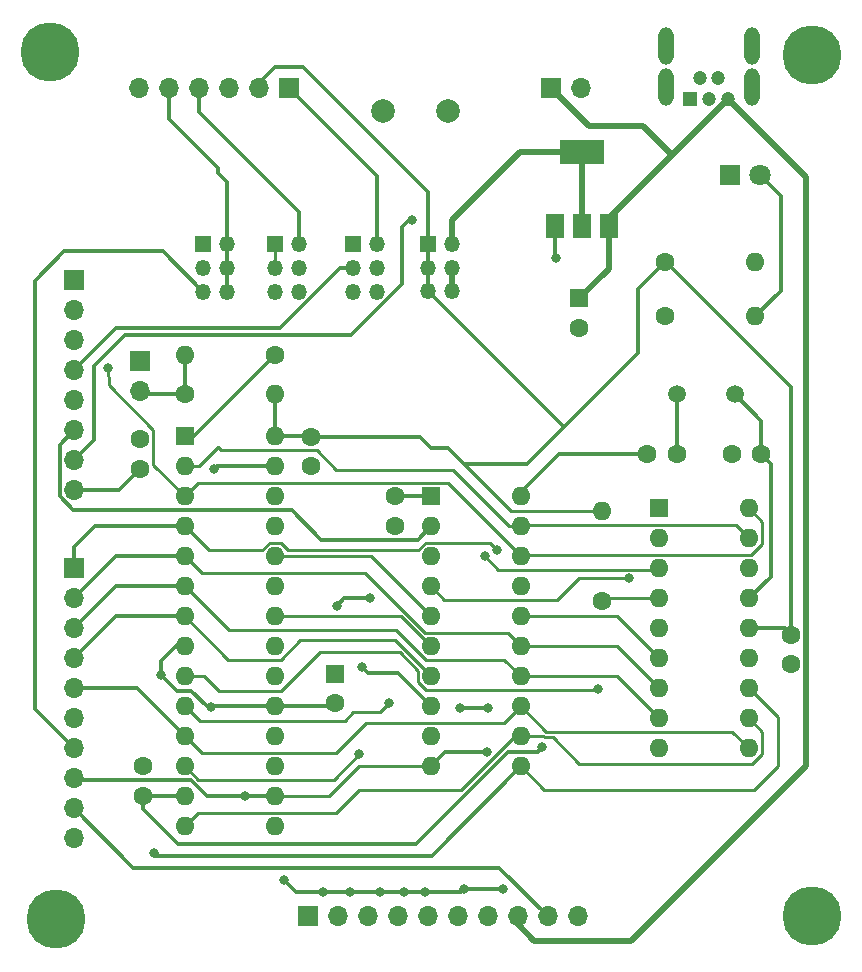
<source format=gbr>
%TF.GenerationSoftware,KiCad,Pcbnew,8.0.2*%
%TF.CreationDate,2024-05-01T23:32:11+01:00*%
%TF.ProjectId,PIC_QuickDevBoard,5049435f-5175-4696-936b-446576426f61,2.2*%
%TF.SameCoordinates,Original*%
%TF.FileFunction,Copper,L1,Top*%
%TF.FilePolarity,Positive*%
%FSLAX46Y46*%
G04 Gerber Fmt 4.6, Leading zero omitted, Abs format (unit mm)*
G04 Created by KiCad (PCBNEW 8.0.2) date 2024-05-01 23:32:11*
%MOMM*%
%LPD*%
G01*
G04 APERTURE LIST*
%TA.AperFunction,ComponentPad*%
%ADD10C,2.000000*%
%TD*%
%TA.AperFunction,ComponentPad*%
%ADD11R,1.350000X1.350000*%
%TD*%
%TA.AperFunction,ComponentPad*%
%ADD12O,1.350000X1.350000*%
%TD*%
%TA.AperFunction,ComponentPad*%
%ADD13C,1.600000*%
%TD*%
%TA.AperFunction,ComponentPad*%
%ADD14O,1.600000X1.600000*%
%TD*%
%TA.AperFunction,ComponentPad*%
%ADD15R,1.600000X1.600000*%
%TD*%
%TA.AperFunction,SMDPad,CuDef*%
%ADD16R,1.500000X2.000000*%
%TD*%
%TA.AperFunction,SMDPad,CuDef*%
%ADD17R,3.800000X2.000000*%
%TD*%
%TA.AperFunction,ComponentPad*%
%ADD18C,5.000000*%
%TD*%
%TA.AperFunction,ComponentPad*%
%ADD19R,1.700000X1.700000*%
%TD*%
%TA.AperFunction,ComponentPad*%
%ADD20O,1.700000X1.700000*%
%TD*%
%TA.AperFunction,ComponentPad*%
%ADD21R,1.800000X1.800000*%
%TD*%
%TA.AperFunction,ComponentPad*%
%ADD22C,1.800000*%
%TD*%
%TA.AperFunction,ComponentPad*%
%ADD23C,1.200000*%
%TD*%
%TA.AperFunction,ComponentPad*%
%ADD24R,1.200000X1.200000*%
%TD*%
%TA.AperFunction,ComponentPad*%
%ADD25O,1.300000X3.200000*%
%TD*%
%TA.AperFunction,ComponentPad*%
%ADD26C,1.500000*%
%TD*%
%TA.AperFunction,ViaPad*%
%ADD27C,0.800000*%
%TD*%
%TA.AperFunction,Conductor*%
%ADD28C,0.350000*%
%TD*%
%TA.AperFunction,Conductor*%
%ADD29C,0.250000*%
%TD*%
%TA.AperFunction,Conductor*%
%ADD30C,0.500000*%
%TD*%
G04 APERTURE END LIST*
D10*
%TO.P,SW1,1,1*%
%TO.N,GND*%
X94250000Y-41000000D03*
%TO.P,SW1,2,2*%
%TO.N,RA0*%
X99750000Y-41000000D03*
%TD*%
D11*
%TO.P,J7,1,Pin_1*%
%TO.N,PIC16F14_PGEC*%
X79026000Y-52324000D03*
D12*
%TO.P,J7,2,Pin_2*%
%TO.N,PGEC*%
X81026000Y-52324000D03*
%TO.P,J7,3,Pin_3*%
%TO.N,PIC16F14_PGEC*%
X79026000Y-54324000D03*
%TO.P,J7,4,Pin_4*%
%TO.N,PGEC*%
X81026000Y-54324000D03*
%TO.P,J7,5,Pin_5*%
%TO.N,PIC16F84_PGEC*%
X79026000Y-56324000D03*
%TO.P,J7,6,Pin_6*%
%TO.N,PGEC*%
X81026000Y-56324000D03*
%TD*%
D13*
%TO.P,R4,1*%
%TO.N,RA1*%
X118110000Y-58420000D03*
D14*
%TO.P,R4,2*%
%TO.N,Net-(D1-A)*%
X125730000Y-58420000D03*
%TD*%
D11*
%TO.P,J10,1,Pin_1*%
%TO.N,VCC*%
X98050000Y-52300000D03*
D12*
%TO.P,J10,2,Pin_2*%
%TO.N,+3.3V*%
X100050000Y-52300000D03*
%TO.P,J10,3,Pin_3*%
%TO.N,VCC*%
X98050000Y-54300000D03*
%TO.P,J10,4,Pin_4*%
%TO.N,+5V*%
X100050000Y-54300000D03*
%TO.P,J10,5,Pin_5*%
%TO.N,VCC*%
X98050000Y-56300000D03*
%TO.P,J10,6,Pin_6*%
%TO.N,+5V*%
X100050000Y-56300000D03*
%TD*%
D15*
%TO.P,U1,1,Vpp/~{MCLR}/RE3*%
%TO.N,PIC24_MCLR*%
X77470000Y-68580000D03*
D14*
%TO.P,U1,2,RA0*%
%TO.N,RA0*%
X77470000Y-71120000D03*
%TO.P,U1,3,RA1*%
%TO.N,RA1*%
X77470000Y-73660000D03*
%TO.P,U1,4,RB0*%
%TO.N,PIC16F14_PGED*%
X77470000Y-76200000D03*
%TO.P,U1,5,RB1*%
%TO.N,PIC16F14_PGEC*%
X77470000Y-78740000D03*
%TO.P,U1,6,RB2*%
%TO.N,RB2*%
X77470000Y-81280000D03*
%TO.P,U1,7,RB3*%
%TO.N,RB3*%
X77470000Y-83820000D03*
%TO.P,U1,8,Vss*%
%TO.N,GND*%
X77470000Y-86360000D03*
%TO.P,U1,9,RA2*%
%TO.N,RA2*%
X77470000Y-88900000D03*
%TO.P,U1,10,RA3*%
%TO.N,PIC16F14_MCLR*%
X77470000Y-91440000D03*
%TO.P,U1,11,RB4*%
%TO.N,RB4*%
X77470000Y-93980000D03*
%TO.P,U1,12,RA4*%
%TO.N,RA4*%
X77470000Y-96520000D03*
%TO.P,U1,13,Vdd*%
%TO.N,VCC*%
X77470000Y-99060000D03*
%TO.P,U1,14,TMS/RB5*%
%TO.N,RB5*%
X77470000Y-101600000D03*
%TO.P,U1,15,Vbus*%
%TO.N,unconnected-(U1-Vbus-Pad15)*%
X85090000Y-101600000D03*
%TO.P,U1,16,TDI/RB7*%
%TO.N,PIC16F84_PGED*%
X85090000Y-99060000D03*
%TO.P,U1,17,TCK/RB8*%
%TO.N,RB8*%
X85090000Y-96520000D03*
%TO.P,U1,18,TDO/RB9*%
%TO.N,RB9*%
X85090000Y-93980000D03*
%TO.P,U1,19,DISVREG*%
%TO.N,GND*%
X85090000Y-91440000D03*
%TO.P,U1,20,Vcap/Vddcore*%
%TO.N,Net-(U1-Vcap{slash}Vddcore)*%
X85090000Y-88900000D03*
%TO.P,U1,21,RB10*%
%TO.N,RB10*%
X85090000Y-86360000D03*
%TO.P,U1,22,RB11*%
%TO.N,RB11*%
X85090000Y-83820000D03*
%TO.P,U1,23,Vusb*%
%TO.N,unconnected-(U1-Vusb-Pad23)*%
X85090000Y-81280000D03*
%TO.P,U1,24,RB13*%
%TO.N,RB13*%
X85090000Y-78740000D03*
%TO.P,U1,25,RB14*%
%TO.N,RB14*%
X85090000Y-76200000D03*
%TO.P,U1,26,RB15*%
%TO.N,RB15*%
X85090000Y-73660000D03*
%TO.P,U1,27,Vss*%
%TO.N,GND*%
X85090000Y-71120000D03*
%TO.P,U1,28,Vdd*%
%TO.N,VCC*%
X85090000Y-68580000D03*
%TD*%
D16*
%TO.P,U3,1,GND*%
%TO.N,GND*%
X108750000Y-50800000D03*
%TO.P,U3,2,VO*%
%TO.N,+3.3V*%
X111050000Y-50800000D03*
D17*
X111050000Y-44500000D03*
D16*
%TO.P,U3,3,VI*%
%TO.N,+5V*%
X113350000Y-50800000D03*
%TD*%
D13*
%TO.P,C8,1*%
%TO.N,VCC*%
X95250000Y-73660000D03*
%TO.P,C8,2*%
%TO.N,GND*%
X95250000Y-76160000D03*
%TD*%
D18*
%TO.P,H4,1*%
%TO.N,N/C*%
X130556000Y-109220000D03*
%TD*%
D13*
%TO.P,C1,1*%
%TO.N,Net-(JP1-A)*%
X73660000Y-68834000D03*
%TO.P,C1,2*%
%TO.N,GND*%
X73660000Y-71334000D03*
%TD*%
D19*
%TO.P,J4,1,Pin_1*%
%TO.N,+5V*%
X108458000Y-39116000D03*
D20*
%TO.P,J4,2,Pin_2*%
%TO.N,GND*%
X110998000Y-39116000D03*
%TD*%
D15*
%TO.P,U4,1,VDD*%
%TO.N,VCC*%
X98298000Y-73660000D03*
D14*
%TO.P,U4,2,RA5/SOSCI/T1CKI/OSC1/CLKIN*%
%TO.N,RA5*%
X98298000Y-76200000D03*
%TO.P,U4,3,RA4/AN3/SOSCO/T1G/OSC2/CLKOUT/CLKR*%
%TO.N,RA4*%
X98298000Y-78740000D03*
%TO.P,U4,4,RA3/T1G/~{SS}/~{MCLR}/Vpp*%
%TO.N,PIC16F14_MCLR*%
X98298000Y-81280000D03*
%TO.P,U4,5,PWM1/CWG1A/T0CKI/RC5*%
%TO.N,RB13*%
X98298000Y-83820000D03*
%TO.P,U4,6,CWG1B/C1OUT/C2OUT/RC4*%
%TO.N,RB11*%
X98298000Y-86360000D03*
%TO.P,U4,7,CLKR/C1IN3-/C2IN3-/DACOUT2/AN7/RC3*%
%TO.N,RB3*%
X98298000Y-88900000D03*
%TO.P,U4,8,~{SS}/PWM2/AN8/RC6*%
%TO.N,RB14*%
X98298000Y-91440000D03*
%TO.P,U4,9,SDO/AN9/RC7*%
%TO.N,RB15*%
X98298000Y-93980000D03*
%TO.P,U4,10,RB7/TX/CK*%
%TO.N,PIC16F84_PGED*%
X98298000Y-96520000D03*
%TO.P,U4,11,RB6/SCL/SCK*%
%TO.N,PIC16F84_PGEC*%
X105918000Y-96520000D03*
%TO.P,U4,12,RB5/AN11/RX/DX*%
%TO.N,RB5*%
X105918000Y-93980000D03*
%TO.P,U4,13,RB4/AN10/SDA/SDI*%
%TO.N,RB4*%
X105918000Y-91440000D03*
%TO.P,U4,14,C2IN2-/C1IN2-/DACOUT1/AN6/RC2*%
%TO.N,RB2*%
X105918000Y-88900000D03*
%TO.P,U4,15,ICSPCLK/~{CWGFLT}/C2IN-/C1IN-/AN5/RC1*%
%TO.N,PIC16F14_PGEC*%
X105918000Y-86360000D03*
%TO.P,U4,16,ICSPDAT/C2IN+/C1IN+/Vref+/AN4/RC0*%
%TO.N,PIC16F14_PGED*%
X105918000Y-83820000D03*
%TO.P,U4,17,Vusb3v3*%
%TO.N,unconnected-(U4-Vusb3v3-Pad17)*%
X105918000Y-81280000D03*
%TO.P,U4,18,RA1/D-/ICSPCLK*%
%TO.N,RA1*%
X105918000Y-78740000D03*
%TO.P,U4,19,RA0/D+/ICSPDAT*%
%TO.N,RA0*%
X105918000Y-76200000D03*
%TO.P,U4,20,VSS*%
%TO.N,GND*%
X105918000Y-73660000D03*
%TD*%
D13*
%TO.P,C6,1*%
%TO.N,GND*%
X123738000Y-70104000D03*
%TO.P,C6,2*%
%TO.N,Net-(U2-OSC2{slash}CLKOUT)*%
X126238000Y-70104000D03*
%TD*%
%TO.P,C2,1*%
%TO.N,VCC*%
X88138000Y-68620000D03*
%TO.P,C2,2*%
%TO.N,GND*%
X88138000Y-71120000D03*
%TD*%
D11*
%TO.P,J9,1,Pin_1*%
%TO.N,PIC24_MCLR*%
X91694000Y-52324000D03*
D12*
%TO.P,J9,2,Pin_2*%
%TO.N,{slash}MCLR*%
X93694000Y-52324000D03*
%TO.P,J9,3,Pin_3*%
%TO.N,PIC16F14_MCLR*%
X91694000Y-54324000D03*
%TO.P,J9,4,Pin_4*%
%TO.N,{slash}MCLR*%
X93694000Y-54324000D03*
%TO.P,J9,5,Pin_5*%
%TO.N,PIC16F84_MCLR*%
X91694000Y-56324000D03*
%TO.P,J9,6,Pin_6*%
%TO.N,{slash}MCLR*%
X93694000Y-56324000D03*
%TD*%
D13*
%TO.P,C9,1*%
%TO.N,VCC*%
X128778000Y-85384000D03*
%TO.P,C9,2*%
%TO.N,GND*%
X128778000Y-87884000D03*
%TD*%
%TO.P,R1,1*%
%TO.N,Net-(JP1-B)*%
X77470000Y-65024000D03*
D14*
%TO.P,R1,2*%
%TO.N,VCC*%
X85090000Y-65024000D03*
%TD*%
D15*
%TO.P,C4,1*%
%TO.N,Net-(U1-Vcap{slash}Vddcore)*%
X90170000Y-88687144D03*
D13*
%TO.P,C4,2*%
%TO.N,GND*%
X90170000Y-91187144D03*
%TD*%
%TO.P,R2,1*%
%TO.N,PIC24_MCLR*%
X85090000Y-61722000D03*
D14*
%TO.P,R2,2*%
%TO.N,Net-(JP1-B)*%
X77470000Y-61722000D03*
%TD*%
D13*
%TO.P,C5,1*%
%TO.N,GND*%
X116586000Y-70104000D03*
%TO.P,C5,2*%
%TO.N,Net-(U2-OSC1{slash}CLKIN)*%
X119086000Y-70104000D03*
%TD*%
D21*
%TO.P,D1,1,K*%
%TO.N,GND*%
X123566000Y-46482000D03*
D22*
%TO.P,D1,2,A*%
%TO.N,Net-(D1-A)*%
X126106000Y-46482000D03*
%TD*%
D19*
%TO.P,J2,1,Pin_1*%
%TO.N,PIC16F14_PGED*%
X68072000Y-79756000D03*
D20*
%TO.P,J2,2,Pin_2*%
%TO.N,PIC16F14_PGEC*%
X68072000Y-82296000D03*
%TO.P,J2,3,Pin_3*%
%TO.N,RB2*%
X68072000Y-84836000D03*
%TO.P,J2,4,Pin_4*%
%TO.N,RB3*%
X68072000Y-87376000D03*
%TO.P,J2,5,Pin_5*%
%TO.N,RB4*%
X68072000Y-89916000D03*
%TO.P,J2,6,Pin_6*%
%TO.N,RB5*%
X68072000Y-92456000D03*
%TO.P,J2,7,Pin_7*%
%TO.N,PIC16F84_PGEC*%
X68072000Y-94996000D03*
%TO.P,J2,8,Pin_8*%
%TO.N,PIC16F84_PGED*%
X68072000Y-97536000D03*
%TO.P,J2,9,Pin_9*%
%TO.N,+3.3V*%
X68072000Y-100076000D03*
%TO.P,J2,10,Pin_10*%
%TO.N,GND*%
X68072000Y-102616000D03*
%TD*%
D19*
%TO.P,J5,1,Pin_1*%
%TO.N,{slash}MCLR*%
X86250000Y-39100000D03*
D20*
%TO.P,J5,2,Pin_2*%
%TO.N,VCC*%
X83710000Y-39100000D03*
%TO.P,J5,3,Pin_3*%
%TO.N,GND*%
X81170000Y-39100000D03*
%TO.P,J5,4,Pin_4*%
%TO.N,PGED*%
X78630000Y-39100000D03*
%TO.P,J5,5,Pin_5*%
%TO.N,PGEC*%
X76090000Y-39100000D03*
%TO.P,J5,6,Pin_6*%
%TO.N,unconnected-(J5-Pin_6-Pad6)*%
X73550000Y-39100000D03*
%TD*%
D19*
%TO.P,J1,1,Pin_1*%
%TO.N,RA0*%
X68072000Y-55372000D03*
D20*
%TO.P,J1,2,Pin_2*%
%TO.N,RA1*%
X68072000Y-57912000D03*
%TO.P,J1,3,Pin_3*%
%TO.N,RA2*%
X68072000Y-60452000D03*
%TO.P,J1,4,Pin_4*%
%TO.N,PIC16F14_MCLR*%
X68072000Y-62992000D03*
%TO.P,J1,5,Pin_5*%
%TO.N,RA4*%
X68072000Y-65532000D03*
%TO.P,J1,6,Pin_6*%
%TO.N,RA5*%
X68072000Y-68072000D03*
%TO.P,J1,7,Pin_7*%
%TO.N,+3.3V*%
X68072000Y-70612000D03*
%TO.P,J1,8,Pin_8*%
%TO.N,GND*%
X68072000Y-73152000D03*
%TD*%
D18*
%TO.P,H3,1*%
%TO.N,N/C*%
X66548000Y-109474000D03*
%TD*%
%TO.P,H1,1*%
%TO.N,N/C*%
X66040000Y-36068000D03*
%TD*%
D19*
%TO.P,J3,1,Pin_1*%
%TO.N,RB8*%
X87884000Y-109220000D03*
D20*
%TO.P,J3,2,Pin_2*%
%TO.N,RB9*%
X90424000Y-109220000D03*
%TO.P,J3,3,Pin_3*%
%TO.N,RB10*%
X92964000Y-109220000D03*
%TO.P,J3,4,Pin_4*%
%TO.N,RB11*%
X95504000Y-109220000D03*
%TO.P,J3,5,Pin_5*%
%TO.N,RB13*%
X98044000Y-109220000D03*
%TO.P,J3,6,Pin_6*%
%TO.N,RB14*%
X100584000Y-109220000D03*
%TO.P,J3,7,Pin_7*%
%TO.N,RB15*%
X103124000Y-109220000D03*
%TO.P,J3,8,Pin_8*%
%TO.N,+5V*%
X105664000Y-109220000D03*
%TO.P,J3,9,Pin_9*%
%TO.N,+3.3V*%
X108204000Y-109220000D03*
%TO.P,J3,10,Pin_10*%
%TO.N,GND*%
X110744000Y-109220000D03*
%TD*%
D19*
%TO.P,JP1,1,A*%
%TO.N,Net-(JP1-A)*%
X73660000Y-62230000D03*
D20*
%TO.P,JP1,2,B*%
%TO.N,Net-(JP1-B)*%
X73660000Y-64770000D03*
%TD*%
D11*
%TO.P,J8,1,Pin_1*%
%TO.N,PIC16F14_PGED*%
X85122000Y-52324000D03*
D12*
%TO.P,J8,2,Pin_2*%
%TO.N,PGED*%
X87122000Y-52324000D03*
%TO.P,J8,3,Pin_3*%
%TO.N,PIC16F14_PGED*%
X85122000Y-54324000D03*
%TO.P,J8,4,Pin_4*%
%TO.N,PGED*%
X87122000Y-54324000D03*
%TO.P,J8,5,Pin_5*%
%TO.N,PIC16F84_PGED*%
X85122000Y-56324000D03*
%TO.P,J8,6,Pin_6*%
%TO.N,PGED*%
X87122000Y-56324000D03*
%TD*%
D23*
%TO.P,J6,1,VBUS*%
%TO.N,+5V*%
X123426000Y-40012000D03*
%TO.P,J6,2,D-*%
%TO.N,unconnected-(J6-D--Pad2)*%
X122626000Y-38262000D03*
%TO.P,J6,3,D+*%
%TO.N,unconnected-(J6-D+-Pad3)*%
X121826000Y-40012000D03*
%TO.P,J6,4,ID*%
%TO.N,unconnected-(J6-ID-Pad4)*%
X121026000Y-38262000D03*
D24*
%TO.P,J6,5,GND*%
%TO.N,GND*%
X120226000Y-40012000D03*
D25*
%TO.P,J6,6,Shield*%
X118226000Y-35512000D03*
X118226000Y-39012000D03*
X125476000Y-35512000D03*
X125476000Y-39012000D03*
%TD*%
D15*
%TO.P,U2,1,RA2*%
%TO.N,RA2*%
X117602000Y-74676000D03*
D14*
%TO.P,U2,2,RA3*%
%TO.N,PIC16F14_MCLR*%
X117602000Y-77216000D03*
%TO.P,U2,3,TOCKI/RA4*%
%TO.N,RA4*%
X117602000Y-79756000D03*
%TO.P,U2,4,~{MCLR}*%
%TO.N,PIC16F84_MCLR*%
X117602000Y-82296000D03*
%TO.P,U2,5,VSS*%
%TO.N,GND*%
X117602000Y-84836000D03*
%TO.P,U2,6,INT/RB0*%
%TO.N,PIC16F14_PGED*%
X117602000Y-87376000D03*
%TO.P,U2,7,RB1*%
%TO.N,PIC16F14_PGEC*%
X117602000Y-89916000D03*
%TO.P,U2,8,RB2*%
%TO.N,RB2*%
X117602000Y-92456000D03*
%TO.P,U2,9,RB3*%
%TO.N,RB3*%
X117602000Y-94996000D03*
%TO.P,U2,10,RB4*%
%TO.N,RB4*%
X125222000Y-94996000D03*
%TO.P,U2,11,RB5*%
%TO.N,RB5*%
X125222000Y-92456000D03*
%TO.P,U2,12,RB6*%
%TO.N,PIC16F84_PGEC*%
X125222000Y-89916000D03*
%TO.P,U2,13,RB7*%
%TO.N,PIC16F84_PGED*%
X125222000Y-87376000D03*
%TO.P,U2,14,VDD*%
%TO.N,VCC*%
X125222000Y-84836000D03*
%TO.P,U2,15,OSC2/CLKOUT*%
%TO.N,Net-(U2-OSC2{slash}CLKOUT)*%
X125222000Y-82296000D03*
%TO.P,U2,16,OSC1/CLKIN*%
%TO.N,Net-(U2-OSC1{slash}CLKIN)*%
X125222000Y-79756000D03*
%TO.P,U2,17,RA0*%
%TO.N,RA0*%
X125222000Y-77216000D03*
%TO.P,U2,18,RA1*%
%TO.N,RA1*%
X125222000Y-74676000D03*
%TD*%
D13*
%TO.P,C3,1*%
%TO.N,VCC*%
X73914000Y-99020000D03*
%TO.P,C3,2*%
%TO.N,GND*%
X73914000Y-96520000D03*
%TD*%
D15*
%TO.P,C7,1*%
%TO.N,+5V*%
X110850000Y-56900000D03*
D13*
%TO.P,C7,2*%
%TO.N,GND*%
X110850000Y-59400000D03*
%TD*%
D18*
%TO.P,H2,1*%
%TO.N,N/C*%
X130556000Y-36322000D03*
%TD*%
D13*
%TO.P,R5,1*%
%TO.N,VCC*%
X118110000Y-53848000D03*
D14*
%TO.P,R5,2*%
%TO.N,RA0*%
X125730000Y-53848000D03*
%TD*%
D26*
%TO.P,Y1,1,1*%
%TO.N,Net-(U2-OSC2{slash}CLKOUT)*%
X124006000Y-65024000D03*
%TO.P,Y1,2,2*%
%TO.N,Net-(U2-OSC1{slash}CLKIN)*%
X119126000Y-65024000D03*
%TD*%
D13*
%TO.P,R3,1*%
%TO.N,PIC16F84_MCLR*%
X112750000Y-82500000D03*
D14*
%TO.P,R3,2*%
%TO.N,VCC*%
X112750000Y-74880000D03*
%TD*%
D27*
%TO.N,GND*%
X90297000Y-82931000D03*
X103124000Y-91567000D03*
X91440000Y-107188000D03*
X93980000Y-107188000D03*
X104394000Y-106934000D03*
X101092000Y-106934000D03*
X75438000Y-88773000D03*
X79650000Y-91500000D03*
X100711000Y-91567000D03*
X79883000Y-71374000D03*
X96012000Y-107188000D03*
X108850000Y-53500000D03*
X93091000Y-82296000D03*
X97802500Y-107188000D03*
X89154000Y-107188000D03*
X85852000Y-106172000D03*
%TO.N,RA2*%
X112433719Y-89995208D03*
%TO.N,RA4*%
X92202000Y-95504000D03*
X102870000Y-78740000D03*
%TO.N,RB14*%
X92456000Y-88138000D03*
%TO.N,RA1*%
X70979014Y-62790069D03*
%TO.N,PIC16F14_PGED*%
X103886000Y-78232000D03*
%TO.N,PIC16F14_MCLR*%
X94729500Y-91186000D03*
X115062000Y-80590000D03*
%TO.N,PIC16F84_PGEC*%
X74850000Y-103900000D03*
%TO.N,PIC16F84_PGED*%
X103053153Y-95296847D03*
X82550000Y-99060000D03*
%TO.N,VCC*%
X107650000Y-94900000D03*
%TO.N,+3.3V*%
X96650000Y-50300000D03*
%TD*%
D28*
%TO.N,GND*%
X100711000Y-91567000D02*
X103124000Y-91567000D01*
X75438000Y-88773000D02*
X76815703Y-90150703D01*
X100838000Y-107188000D02*
X97802500Y-107188000D01*
X86868000Y-107188000D02*
X85852000Y-106172000D01*
X105918000Y-73660000D02*
X105918000Y-73332000D01*
X90932000Y-82296000D02*
X90297000Y-82931000D01*
X108750000Y-50800000D02*
X108750000Y-53400000D01*
X105918000Y-73332000D02*
X109146000Y-70104000D01*
X80137000Y-71120000D02*
X85090000Y-71120000D01*
X75438000Y-87630000D02*
X76708000Y-86360000D01*
X79303647Y-91440000D02*
X85090000Y-91440000D01*
X108750000Y-53400000D02*
X108850000Y-53500000D01*
X93091000Y-82296000D02*
X90932000Y-82296000D01*
X103124000Y-91567000D02*
X102997000Y-91567000D01*
X79883000Y-71374000D02*
X80137000Y-71120000D01*
X75438000Y-88773000D02*
X75438000Y-87630000D01*
X76708000Y-86360000D02*
X77470000Y-86360000D01*
X89154000Y-107188000D02*
X86868000Y-107188000D01*
X85090000Y-91440000D02*
X89917144Y-91440000D01*
X91440000Y-107188000D02*
X93980000Y-107188000D01*
X96012000Y-107188000D02*
X97802500Y-107188000D01*
X68072000Y-73152000D02*
X71842000Y-73152000D01*
X93980000Y-107188000D02*
X96012000Y-107188000D01*
X76815703Y-90150703D02*
X78014350Y-90150703D01*
X89917144Y-91440000D02*
X90170000Y-91187144D01*
X109146000Y-70104000D02*
X116586000Y-70104000D01*
X78014350Y-90150703D02*
X79303647Y-91440000D01*
X101092000Y-106934000D02*
X100838000Y-107188000D01*
X71842000Y-73152000D02*
X73660000Y-71334000D01*
X101092000Y-106934000D02*
X104394000Y-106934000D01*
X89154000Y-107188000D02*
X91440000Y-107188000D01*
%TO.N,Net-(U2-OSC2{slash}CLKOUT)*%
X126238000Y-67256000D02*
X126238000Y-70104000D01*
X124006000Y-65024000D02*
X126238000Y-67256000D01*
X127037999Y-80480001D02*
X125222000Y-82296000D01*
X126238000Y-70104000D02*
X127037999Y-70903999D01*
X127037999Y-70903999D02*
X127037999Y-80480001D01*
%TO.N,Net-(U2-OSC1{slash}CLKIN)*%
X119126000Y-65024000D02*
X119126000Y-70064000D01*
X119126000Y-70064000D02*
X119086000Y-70104000D01*
%TO.N,Net-(D1-A)*%
X127889000Y-48265000D02*
X127889000Y-56261000D01*
X127889000Y-56261000D02*
X125730000Y-58420000D01*
X126106000Y-46482000D02*
X127889000Y-48265000D01*
%TO.N,{slash}MCLR*%
X93694000Y-46544000D02*
X86250000Y-39100000D01*
X93694000Y-52324000D02*
X93694000Y-46544000D01*
%TO.N,PGED*%
X78630000Y-39100000D02*
X78630000Y-41080000D01*
X78630000Y-41080000D02*
X87122000Y-49572000D01*
X87122000Y-49572000D02*
X87122000Y-52324000D01*
%TO.N,PGEC*%
X80250000Y-46300000D02*
X81026000Y-47076000D01*
X80250000Y-45900000D02*
X80250000Y-46300000D01*
X81026000Y-52324000D02*
X81026000Y-54324000D01*
X81026000Y-54324000D02*
X81026000Y-56324000D01*
X81026000Y-47076000D02*
X81026000Y-52324000D01*
X76090000Y-39100000D02*
X76090000Y-41740000D01*
X76090000Y-41740000D02*
X80250000Y-45900000D01*
D29*
%TO.N,RA2*%
X97173000Y-88434009D02*
X97173000Y-89365991D01*
X95629604Y-86868000D02*
X97184307Y-88422703D01*
X112433719Y-89957374D02*
X112383273Y-90007820D01*
X97173000Y-89365991D02*
X97832009Y-90025000D01*
X79050000Y-88900000D02*
X80309834Y-90159834D01*
X88888733Y-86868000D02*
X95629604Y-86868000D01*
X112433719Y-89995208D02*
X112433719Y-89957374D01*
X97184307Y-88422703D02*
X97173000Y-88434009D01*
X112403927Y-90025000D02*
X112433719Y-89995208D01*
X85596899Y-90159834D02*
X88888733Y-86868000D01*
X77470000Y-88900000D02*
X79050000Y-88900000D01*
X80309834Y-90159834D02*
X85596899Y-90159834D01*
X97832009Y-90025000D02*
X112403927Y-90025000D01*
%TO.N,RA4*%
X78595000Y-97645000D02*
X77470000Y-96520000D01*
X90061000Y-97645000D02*
X78595000Y-97645000D01*
X117493000Y-79865000D02*
X117602000Y-79756000D01*
X92202000Y-95504000D02*
X90061000Y-97645000D01*
X102870000Y-78740000D02*
X103995000Y-79865000D01*
X103995000Y-79865000D02*
X117493000Y-79865000D01*
D28*
%TO.N,RB2*%
X68072000Y-84836000D02*
X71628000Y-81280000D01*
D29*
X95344966Y-84997957D02*
X97832009Y-87485000D01*
X114046000Y-88900000D02*
X117602000Y-92456000D01*
X97832009Y-87485000D02*
X104503000Y-87485000D01*
X81187957Y-84997957D02*
X95344966Y-84997957D01*
X104503000Y-87485000D02*
X105918000Y-88900000D01*
X77470000Y-81280000D02*
X81187957Y-84997957D01*
X105918000Y-88900000D02*
X114046000Y-88900000D01*
D28*
X71628000Y-81280000D02*
X77470000Y-81280000D01*
D29*
%TO.N,RB3*%
X81135000Y-87485000D02*
X85555991Y-87485000D01*
D28*
X71628000Y-83820000D02*
X77470000Y-83820000D01*
X68072000Y-87376000D02*
X71628000Y-83820000D01*
D29*
X77470000Y-83820000D02*
X81135000Y-87485000D01*
X87188991Y-85852000D02*
X95250000Y-85852000D01*
X85555991Y-87485000D02*
X87188991Y-85852000D01*
X95250000Y-85852000D02*
X98298000Y-88900000D01*
%TO.N,RB4*%
X108059000Y-93581000D02*
X123807000Y-93581000D01*
X105918000Y-91440000D02*
X108059000Y-93581000D01*
X92816774Y-92855000D02*
X104503000Y-92855000D01*
D28*
X73406000Y-89916000D02*
X77470000Y-93980000D01*
D29*
X77470000Y-93980000D02*
X78885000Y-95395000D01*
X123807000Y-93581000D02*
X125222000Y-94996000D01*
X90276774Y-95395000D02*
X92816774Y-92855000D01*
D28*
X68072000Y-89916000D02*
X73406000Y-89916000D01*
D29*
X104503000Y-92855000D02*
X105918000Y-91440000D01*
X78885000Y-95395000D02*
X90276774Y-95395000D01*
%TO.N,RB5*%
X107821604Y-93980000D02*
X107872604Y-94031000D01*
X125508991Y-96300000D02*
X126347000Y-95461991D01*
X105370000Y-93980000D02*
X105918000Y-93980000D01*
X126347000Y-95461991D02*
X126347000Y-93581000D01*
X126347000Y-93581000D02*
X125222000Y-92456000D01*
X92202000Y-98552000D02*
X100823305Y-98552000D01*
X103778153Y-95571847D02*
X105370000Y-93980000D01*
X100823305Y-98552000D02*
X103778153Y-95597152D01*
X77470000Y-101600000D02*
X78595000Y-100475000D01*
X110850000Y-96300000D02*
X125508991Y-96300000D01*
X78595000Y-100475000D02*
X90279000Y-100475000D01*
X108581000Y-94031000D02*
X110850000Y-96300000D01*
X90279000Y-100475000D02*
X92202000Y-98552000D01*
X103778153Y-95597152D02*
X103778153Y-95571847D01*
X105918000Y-93980000D02*
X107821604Y-93980000D01*
X107872604Y-94031000D02*
X108581000Y-94031000D01*
%TO.N,RB11*%
X85090000Y-83820000D02*
X95758000Y-83820000D01*
X95758000Y-83820000D02*
X98298000Y-86360000D01*
%TO.N,RB13*%
X93218000Y-78740000D02*
X98298000Y-83820000D01*
X85090000Y-78740000D02*
X93218000Y-78740000D01*
D28*
%TO.N,RB14*%
X92964000Y-88646000D02*
X95504000Y-88646000D01*
X95504000Y-88646000D02*
X98298000Y-91440000D01*
X92456000Y-88138000D02*
X92964000Y-88646000D01*
D29*
%TO.N,RA0*%
X77470000Y-71120000D02*
X78630000Y-71120000D01*
X90258991Y-71400000D02*
X100134000Y-71400000D01*
X80495000Y-69745000D02*
X88603991Y-69745000D01*
X125222000Y-77216000D02*
X124097000Y-76091000D01*
X100134000Y-71400000D02*
X104934000Y-76200000D01*
X124097000Y-76091000D02*
X106027000Y-76091000D01*
X78630000Y-71120000D02*
X80250000Y-69500000D01*
X104934000Y-76200000D02*
X105918000Y-76200000D01*
X88603991Y-69745000D02*
X90258991Y-71400000D01*
X80250000Y-69500000D02*
X80495000Y-69745000D01*
X106027000Y-76091000D02*
X105918000Y-76200000D01*
%TO.N,RA1*%
X126347000Y-77681991D02*
X126347000Y-75801000D01*
X99713000Y-72535000D02*
X78595000Y-72535000D01*
X74785000Y-68035000D02*
X70998099Y-64248099D01*
X78595000Y-72535000D02*
X77470000Y-73660000D01*
X106027000Y-78631000D02*
X125397991Y-78631000D01*
X126347000Y-75801000D02*
X125222000Y-74676000D01*
X105918000Y-78740000D02*
X106027000Y-78631000D01*
X77470000Y-73660000D02*
X74785000Y-70975000D01*
X74785000Y-70975000D02*
X74785000Y-68035000D01*
X125397991Y-78631000D02*
X126347000Y-77681991D01*
X70998099Y-64248099D02*
X70979014Y-62790069D01*
X70979014Y-62790069D02*
X70998099Y-62856865D01*
X105918000Y-78740000D02*
X99713000Y-72535000D01*
D28*
%TO.N,PIC24_MCLR*%
X78232000Y-68580000D02*
X77470000Y-68580000D01*
X85090000Y-61722000D02*
X78232000Y-68580000D01*
%TO.N,Net-(JP1-B)*%
X77470000Y-61722000D02*
X77470000Y-65024000D01*
X77470000Y-65024000D02*
X73914000Y-65024000D01*
X73914000Y-65024000D02*
X73660000Y-64770000D01*
%TO.N,PIC16F14_PGED*%
X69850000Y-76200000D02*
X77470000Y-76200000D01*
D29*
X105918000Y-83820000D02*
X114046000Y-83820000D01*
X97215009Y-78232000D02*
X97832009Y-77615000D01*
X103269000Y-77615000D02*
X103886000Y-78232000D01*
X84624009Y-77615000D02*
X85555991Y-77615000D01*
D28*
X68072000Y-79756000D02*
X68072000Y-77978000D01*
D29*
X79502000Y-78232000D02*
X84007009Y-78232000D01*
X84007009Y-78232000D02*
X84624009Y-77615000D01*
X97832009Y-77615000D02*
X103269000Y-77615000D01*
X114046000Y-83820000D02*
X117602000Y-87376000D01*
D28*
X68072000Y-77978000D02*
X69850000Y-76200000D01*
D29*
X77470000Y-76200000D02*
X79502000Y-78232000D01*
X85122000Y-52324000D02*
X85122000Y-54324000D01*
X85555991Y-77615000D02*
X86172991Y-78232000D01*
X86172991Y-78232000D02*
X97215009Y-78232000D01*
D28*
%TO.N,PIC16F14_PGEC*%
X71628000Y-78740000D02*
X77470000Y-78740000D01*
X68072000Y-82296000D02*
X71628000Y-78740000D01*
D29*
X104793000Y-85235000D02*
X105918000Y-86360000D01*
X77470000Y-78740000D02*
X78885000Y-80155000D01*
X114046000Y-86360000D02*
X117602000Y-89916000D01*
X92729396Y-80155000D02*
X97809396Y-85235000D01*
X97809396Y-85235000D02*
X104793000Y-85235000D01*
X78885000Y-80155000D02*
X92729396Y-80155000D01*
X105918000Y-86360000D02*
X114046000Y-86360000D01*
%TO.N,PIC16F14_MCLR*%
X78693770Y-92663770D02*
X77470000Y-91440000D01*
D28*
X90606925Y-54324000D02*
X85494925Y-59436000D01*
D29*
X110784009Y-80590000D02*
X108969009Y-82405000D01*
X115062000Y-80590000D02*
X110784009Y-80590000D01*
X93967500Y-91948000D02*
X91694000Y-91948000D01*
X108969009Y-82405000D02*
X99423000Y-82405000D01*
X94729500Y-91186000D02*
X93967500Y-91948000D01*
X99423000Y-82405000D02*
X98298000Y-81280000D01*
D28*
X91694000Y-54324000D02*
X90606925Y-54324000D01*
D29*
X91694000Y-91948000D02*
X90978230Y-92663770D01*
X90978230Y-92663770D02*
X78693770Y-92663770D01*
D28*
X85494925Y-59436000D02*
X71628000Y-59436000D01*
X71628000Y-59436000D02*
X68072000Y-62992000D01*
%TO.N,PIC16F84_PGEC*%
X64750000Y-55400000D02*
X64750000Y-91674000D01*
X64750000Y-91674000D02*
X68072000Y-94996000D01*
D29*
X105918000Y-96520000D02*
X107898000Y-98500000D01*
D28*
X79026000Y-56324000D02*
X75602000Y-52900000D01*
X75602000Y-52900000D02*
X67250000Y-52900000D01*
X98338000Y-104100000D02*
X105918000Y-96520000D01*
D29*
X125650000Y-98500000D02*
X127650000Y-96500000D01*
D28*
X75050000Y-104100000D02*
X98338000Y-104100000D01*
D29*
X107898000Y-98500000D02*
X125650000Y-98500000D01*
X127650000Y-92344000D02*
X125222000Y-89916000D01*
D28*
X74850000Y-103900000D02*
X75050000Y-104100000D01*
D29*
X127650000Y-96500000D02*
X127650000Y-92344000D01*
D28*
X67250000Y-52900000D02*
X64750000Y-55400000D01*
%TO.N,PIC16F84_PGED*%
X68231000Y-97695000D02*
X77937894Y-97695000D01*
X68072000Y-97536000D02*
X68231000Y-97695000D01*
D29*
X92202000Y-96520000D02*
X98298000Y-96520000D01*
D28*
X79302894Y-99060000D02*
X85090000Y-99060000D01*
X99518000Y-95300000D02*
X98298000Y-96520000D01*
X103050000Y-95300000D02*
X99518000Y-95300000D01*
X77937894Y-97695000D02*
X79302894Y-99060000D01*
X103053153Y-95296847D02*
X103050000Y-95300000D01*
D29*
X85090000Y-99060000D02*
X89662000Y-99060000D01*
X89662000Y-99060000D02*
X92202000Y-96520000D01*
%TO.N,PIC16F84_MCLR*%
X112750000Y-82500000D02*
X113250000Y-82500000D01*
X113250000Y-82500000D02*
X113454000Y-82296000D01*
X113454000Y-82296000D02*
X117602000Y-82296000D01*
D28*
%TO.N,RA5*%
X66847000Y-73659412D02*
X66847000Y-69297000D01*
X66847000Y-69297000D02*
X68072000Y-68072000D01*
X86519000Y-74835000D02*
X68022588Y-74835000D01*
X97163000Y-77335000D02*
X89019000Y-77335000D01*
X89019000Y-77335000D02*
X86519000Y-74835000D01*
X68022588Y-74835000D02*
X66847000Y-73659412D01*
X98298000Y-76200000D02*
X97163000Y-77335000D01*
%TO.N,VCC*%
X98050000Y-54300000D02*
X98050000Y-56300000D01*
X128778000Y-64428000D02*
X128778000Y-85384000D01*
X85090000Y-67310000D02*
X85090000Y-68580000D01*
X73914000Y-99020000D02*
X77430000Y-99020000D01*
D29*
X105030000Y-74880000D02*
X101050000Y-70900000D01*
D28*
X115824000Y-61526000D02*
X115824000Y-56134000D01*
X88098000Y-68580000D02*
X88138000Y-68620000D01*
X97050000Y-103100000D02*
X104805000Y-95345000D01*
X85050000Y-37300000D02*
X87450000Y-37300000D01*
X83710000Y-38640000D02*
X85050000Y-37300000D01*
X98050000Y-52300000D02*
X98050000Y-54300000D01*
D29*
X112750000Y-74880000D02*
X105030000Y-74880000D01*
D28*
X87450000Y-37300000D02*
X98050000Y-47900000D01*
X118198000Y-53848000D02*
X128778000Y-64428000D01*
X98050000Y-47900000D02*
X98050000Y-52300000D01*
X128230000Y-84836000D02*
X125222000Y-84836000D01*
X109550000Y-67800000D02*
X115824000Y-61526000D01*
X107650000Y-94900000D02*
X107578586Y-95095059D01*
X76862630Y-103100000D02*
X97050000Y-103100000D01*
X85090000Y-68580000D02*
X88098000Y-68580000D01*
X97322000Y-68620000D02*
X98298000Y-69596000D01*
X106450000Y-70900000D02*
X109550000Y-67800000D01*
X104805000Y-95345000D02*
X107328645Y-95345000D01*
X88138000Y-68620000D02*
X97322000Y-68620000D01*
X101050000Y-70900000D02*
X106450000Y-70900000D01*
X73914000Y-99020000D02*
X73914000Y-100151370D01*
X128778000Y-85384000D02*
X128230000Y-84836000D01*
X85090000Y-65024000D02*
X85090000Y-67310000D01*
X98298000Y-69596000D02*
X99746000Y-69596000D01*
X98050000Y-56300000D02*
X109550000Y-67800000D01*
X77430000Y-99020000D02*
X77470000Y-99060000D01*
X83710000Y-39100000D02*
X83710000Y-38640000D01*
X118110000Y-53848000D02*
X118198000Y-53848000D01*
X95250000Y-73660000D02*
X98298000Y-73660000D01*
X99746000Y-69596000D02*
X101050000Y-70900000D01*
X73914000Y-100151370D02*
X76862630Y-103100000D01*
D30*
X88138000Y-68212000D02*
X88138000Y-68620000D01*
D28*
X107328645Y-95345000D02*
X107650000Y-94900000D01*
X115824000Y-56134000D02*
X118110000Y-53848000D01*
D30*
%TO.N,+5V*%
X123426000Y-40012000D02*
X118694000Y-44744000D01*
X110850000Y-56900000D02*
X113350000Y-54400000D01*
X105650000Y-109900000D02*
X107050000Y-111300000D01*
X113350000Y-50088000D02*
X113350000Y-50800000D01*
X105664000Y-109220000D02*
X105650000Y-109234000D01*
X130028000Y-46614000D02*
X123426000Y-40012000D01*
X118694000Y-44744000D02*
X116250000Y-42300000D01*
X105650000Y-109234000D02*
X105650000Y-109900000D01*
X111642000Y-42300000D02*
X108458000Y-39116000D01*
D28*
X113350000Y-50800000D02*
X113550000Y-50800000D01*
X108458000Y-39116000D02*
X108234000Y-39116000D01*
D30*
X100050000Y-54300000D02*
X100050000Y-56300000D01*
X113350000Y-54400000D02*
X113350000Y-50800000D01*
X130028000Y-96522000D02*
X130028000Y-46614000D01*
X115250000Y-111300000D02*
X130028000Y-96522000D01*
X107050000Y-111300000D02*
X115250000Y-111300000D01*
X118694000Y-44744000D02*
X113350000Y-50088000D01*
X116250000Y-42300000D02*
X111642000Y-42300000D01*
%TO.N,+3.3V*%
X100050000Y-50300000D02*
X100050000Y-52300000D01*
D28*
X69750000Y-62600000D02*
X72364000Y-59986000D01*
X104084000Y-105100000D02*
X73096000Y-105100000D01*
X108204000Y-109220000D02*
X104084000Y-105100000D01*
X68072000Y-70612000D02*
X68580000Y-70104000D01*
D30*
X105850000Y-44500000D02*
X100050000Y-50300000D01*
X111050000Y-44500000D02*
X111050000Y-47700000D01*
D28*
X72364000Y-59986000D02*
X91516925Y-59986000D01*
X68072000Y-70612000D02*
X69750000Y-68934000D01*
X95850000Y-50900000D02*
X96450000Y-50300000D01*
X91516925Y-59986000D02*
X95850000Y-55652925D01*
X69750000Y-68934000D02*
X69750000Y-62600000D01*
D30*
X105850000Y-44500000D02*
X111050000Y-44500000D01*
X111050000Y-47700000D02*
X111050000Y-50800000D01*
D28*
X96450000Y-50300000D02*
X96650000Y-50300000D01*
X73096000Y-105100000D02*
X68072000Y-100076000D01*
X95850000Y-55652925D02*
X95850000Y-50900000D01*
%TD*%
M02*

</source>
